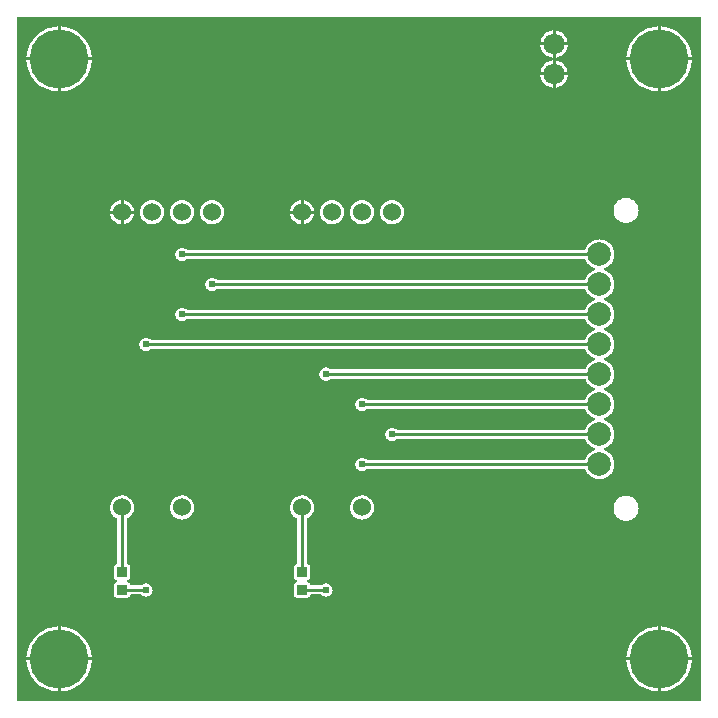
<source format=gtl>
G04 Layer: TopLayer*
G04 EasyEDA v6.5.22, 2023-02-15 20:21:58*
G04 734b4a54bc3d48cea6392fdb8e28a27f,5a6b42c53f6a479593ecc07194224c93,10*
G04 Gerber Generator version 0.2*
G04 Scale: 100 percent, Rotated: No, Reflected: No *
G04 Dimensions in millimeters *
G04 leading zeros omitted , absolute positions ,4 integer and 5 decimal *
%FSLAX45Y45*%
%MOMM*%

%AMMACRO1*21,1,$1,$2,0,0,$3*%
%ADD10C,0.2540*%
%ADD11R,0.8640X0.8065*%
%ADD12MACRO1,0.864X0.8065X0.0000*%
%ADD13C,5.0000*%
%ADD14C,1.8000*%
%ADD15C,2.0000*%
%ADD16C,1.5240*%
%ADD17C,0.6096*%
%ADD18C,0.0121*%

%LPD*%
G36*
X5805932Y25908D02*
G01*
X36068Y26416D01*
X32156Y27178D01*
X28905Y29362D01*
X26670Y32664D01*
X25908Y36576D01*
X25908Y5805932D01*
X26670Y5809843D01*
X28905Y5813094D01*
X32156Y5815330D01*
X36068Y5816092D01*
X5805932Y5816092D01*
X5809843Y5815330D01*
X5813094Y5813094D01*
X5815330Y5809843D01*
X5816092Y5805932D01*
X5816092Y36068D01*
X5815330Y32207D01*
X5813094Y28905D01*
X5809843Y26670D01*
G37*

%LPC*%
G36*
X4584700Y5600700D02*
G01*
X4687112Y5600700D01*
X4686960Y5602528D01*
X4684268Y5616803D01*
X4679746Y5630672D01*
X4673549Y5643829D01*
X4665776Y5656122D01*
X4656480Y5667349D01*
X4645863Y5677306D01*
X4634077Y5685840D01*
X4621326Y5692851D01*
X4607814Y5698236D01*
X4593691Y5701842D01*
X4584700Y5702960D01*
G37*
G36*
X393700Y105562D02*
G01*
X398322Y105664D01*
X421284Y108051D01*
X443992Y112369D01*
X466242Y118618D01*
X487934Y126644D01*
X508812Y136499D01*
X528828Y148031D01*
X547827Y161239D01*
X565607Y175971D01*
X582117Y192125D01*
X597204Y209600D01*
X610819Y228295D01*
X622757Y248107D01*
X633018Y268782D01*
X641553Y290271D01*
X648208Y312369D01*
X653034Y334975D01*
X655929Y357936D01*
X656336Y368300D01*
X393700Y368300D01*
G37*
G36*
X5448300Y105613D02*
G01*
X5448300Y368300D01*
X5185410Y368300D01*
X5187289Y346405D01*
X5191150Y323646D01*
X5196890Y301244D01*
X5204460Y279450D01*
X5213858Y258317D01*
X5224983Y238099D01*
X5237784Y218846D01*
X5252161Y200710D01*
X5267960Y183896D01*
X5285130Y168402D01*
X5303520Y154432D01*
X5323027Y142087D01*
X5343499Y131368D01*
X5364835Y122428D01*
X5386781Y115265D01*
X5409285Y109982D01*
X5432145Y106629D01*
G37*
G36*
X368300Y105613D02*
G01*
X368300Y368300D01*
X105410Y368300D01*
X107289Y346405D01*
X111150Y323646D01*
X116890Y301244D01*
X124460Y279450D01*
X133858Y258317D01*
X144983Y238099D01*
X157784Y218846D01*
X172161Y200710D01*
X187960Y183896D01*
X205130Y168402D01*
X223520Y154432D01*
X243027Y142087D01*
X263499Y131368D01*
X284835Y122428D01*
X306781Y115265D01*
X329285Y109982D01*
X352145Y106629D01*
G37*
G36*
X5473700Y393700D02*
G01*
X5736336Y393700D01*
X5735929Y404063D01*
X5733034Y427024D01*
X5728208Y449630D01*
X5721553Y471728D01*
X5713018Y493217D01*
X5702757Y513892D01*
X5690819Y533704D01*
X5677204Y552348D01*
X5662117Y569874D01*
X5645607Y586028D01*
X5627827Y600760D01*
X5608828Y613968D01*
X5588812Y625500D01*
X5567934Y635355D01*
X5546242Y643382D01*
X5523992Y649630D01*
X5501284Y653948D01*
X5478322Y656336D01*
X5473700Y656437D01*
G37*
G36*
X393700Y393700D02*
G01*
X656336Y393700D01*
X655929Y404063D01*
X653034Y427024D01*
X648208Y449630D01*
X641553Y471728D01*
X633018Y493217D01*
X622757Y513892D01*
X610819Y533704D01*
X597204Y552348D01*
X582117Y569874D01*
X565607Y586028D01*
X547827Y600760D01*
X528828Y613968D01*
X508812Y625500D01*
X487934Y635355D01*
X466242Y643382D01*
X443992Y649630D01*
X421284Y653948D01*
X398322Y656336D01*
X393700Y656437D01*
G37*
G36*
X5185410Y393700D02*
G01*
X5448300Y393700D01*
X5448300Y656386D01*
X5432145Y655370D01*
X5409285Y652018D01*
X5386781Y646734D01*
X5364835Y639572D01*
X5343499Y630631D01*
X5323027Y619912D01*
X5303520Y607568D01*
X5285130Y593598D01*
X5267960Y578104D01*
X5252161Y561289D01*
X5237784Y543153D01*
X5224983Y523900D01*
X5213858Y503682D01*
X5204460Y482549D01*
X5196890Y460756D01*
X5191150Y438353D01*
X5187289Y415594D01*
G37*
G36*
X105410Y393700D02*
G01*
X368300Y393700D01*
X368300Y656386D01*
X352145Y655370D01*
X329285Y652018D01*
X306781Y646734D01*
X284835Y639572D01*
X263499Y630631D01*
X243027Y619912D01*
X223520Y607568D01*
X205130Y593598D01*
X187960Y578104D01*
X172161Y561289D01*
X157784Y543153D01*
X144983Y523900D01*
X133858Y503682D01*
X124460Y482549D01*
X116890Y460756D01*
X111150Y438353D01*
X107289Y415594D01*
G37*
G36*
X871778Y899820D02*
G01*
X957021Y899820D01*
X963371Y900531D01*
X968806Y902462D01*
X973734Y905560D01*
X977798Y909624D01*
X980897Y914552D01*
X982980Y920546D01*
X985113Y924102D01*
X988517Y926490D01*
X992581Y927353D01*
X1071829Y927353D01*
X1075740Y926592D01*
X1079042Y924356D01*
X1080516Y922883D01*
X1088542Y917244D01*
X1097483Y913130D01*
X1106932Y910590D01*
X1116736Y909726D01*
X1126540Y910590D01*
X1135989Y913130D01*
X1144930Y917244D01*
X1152956Y922883D01*
X1159916Y929843D01*
X1165555Y937869D01*
X1169670Y946810D01*
X1172210Y956259D01*
X1173073Y966063D01*
X1172210Y975868D01*
X1169670Y985316D01*
X1165555Y994257D01*
X1159916Y1002284D01*
X1152956Y1009243D01*
X1144930Y1014882D01*
X1135989Y1018997D01*
X1126540Y1021537D01*
X1116736Y1022400D01*
X1106932Y1021537D01*
X1097483Y1018997D01*
X1088542Y1014882D01*
X1080516Y1009243D01*
X1078839Y1007567D01*
X1075537Y1005332D01*
X1071626Y1004569D01*
X992682Y1004569D01*
X988618Y1005433D01*
X985215Y1007821D01*
X983081Y1011377D01*
X980897Y1017625D01*
X977798Y1022502D01*
X973734Y1026617D01*
X968806Y1029665D01*
X962761Y1031798D01*
X959205Y1033932D01*
X956767Y1037336D01*
X955954Y1041400D01*
X956767Y1045464D01*
X959205Y1048867D01*
X962761Y1051001D01*
X968806Y1053134D01*
X973734Y1056182D01*
X977798Y1060297D01*
X980897Y1065174D01*
X982776Y1070660D01*
X983487Y1076960D01*
X983487Y1156462D01*
X982776Y1162812D01*
X980897Y1168247D01*
X977798Y1173175D01*
X973734Y1177239D01*
X968806Y1180338D01*
X963371Y1182217D01*
X958494Y1183436D01*
X955598Y1185722D01*
X953668Y1188872D01*
X953008Y1192479D01*
X953008Y1562811D01*
X953719Y1566570D01*
X955802Y1569821D01*
X958900Y1572056D01*
X963472Y1574190D01*
X974953Y1581505D01*
X985367Y1590294D01*
X994511Y1600403D01*
X1002233Y1611680D01*
X1008380Y1623822D01*
X1012850Y1636725D01*
X1015542Y1650085D01*
X1016457Y1663700D01*
X1015542Y1677314D01*
X1012850Y1690674D01*
X1008380Y1703527D01*
X1002233Y1715719D01*
X994511Y1726946D01*
X985367Y1737055D01*
X974953Y1745894D01*
X963472Y1753209D01*
X951077Y1758950D01*
X938072Y1763014D01*
X924610Y1765249D01*
X910996Y1765706D01*
X897432Y1764334D01*
X884123Y1761185D01*
X871423Y1756308D01*
X859485Y1749755D01*
X848461Y1741627D01*
X838657Y1732178D01*
X830224Y1721459D01*
X823264Y1709724D01*
X817930Y1697177D01*
X814374Y1684020D01*
X812546Y1670507D01*
X812546Y1656892D01*
X814374Y1643380D01*
X817930Y1630222D01*
X823264Y1617624D01*
X830224Y1605889D01*
X838657Y1595221D01*
X848461Y1585722D01*
X859485Y1577644D01*
X870508Y1571599D01*
X873302Y1569313D01*
X875131Y1566214D01*
X875792Y1562658D01*
X875792Y1192479D01*
X875131Y1188872D01*
X873201Y1185722D01*
X870305Y1183436D01*
X865428Y1182217D01*
X859993Y1180338D01*
X855065Y1177239D01*
X851001Y1173175D01*
X847902Y1168247D01*
X846023Y1162812D01*
X845312Y1156462D01*
X845312Y1076960D01*
X846023Y1070660D01*
X847902Y1065174D01*
X851001Y1060297D01*
X855065Y1056182D01*
X859993Y1053134D01*
X866089Y1051001D01*
X869594Y1048867D01*
X872032Y1045464D01*
X872845Y1041400D01*
X872032Y1037336D01*
X869594Y1033932D01*
X866089Y1031798D01*
X859993Y1029665D01*
X855065Y1026617D01*
X851001Y1022502D01*
X847902Y1017625D01*
X846023Y1012139D01*
X845312Y1005840D01*
X845312Y926337D01*
X846023Y919987D01*
X847902Y914552D01*
X851001Y909624D01*
X855065Y905560D01*
X859993Y902462D01*
X865428Y900531D01*
G37*
G36*
X2395778Y899820D02*
G01*
X2481021Y899820D01*
X2487371Y900531D01*
X2492806Y902462D01*
X2497734Y905560D01*
X2501798Y909624D01*
X2504897Y914552D01*
X2507030Y920648D01*
X2509164Y924204D01*
X2512568Y926592D01*
X2516632Y927455D01*
X2595727Y927455D01*
X2599639Y926693D01*
X2602941Y924458D01*
X2604516Y922883D01*
X2612542Y917244D01*
X2621483Y913130D01*
X2630932Y910590D01*
X2640736Y909726D01*
X2650540Y910590D01*
X2659989Y913130D01*
X2668930Y917244D01*
X2676956Y922883D01*
X2683916Y929843D01*
X2689555Y937869D01*
X2693670Y946810D01*
X2696210Y956259D01*
X2697073Y966063D01*
X2696210Y975868D01*
X2693670Y985316D01*
X2689555Y994257D01*
X2683916Y1002284D01*
X2676956Y1009243D01*
X2668930Y1014882D01*
X2659989Y1018997D01*
X2650540Y1021537D01*
X2640736Y1022400D01*
X2630932Y1021537D01*
X2621483Y1018997D01*
X2612542Y1014882D01*
X2604516Y1009243D01*
X2602941Y1007668D01*
X2599639Y1005433D01*
X2595727Y1004671D01*
X2516632Y1004671D01*
X2512568Y1005535D01*
X2509164Y1007922D01*
X2507030Y1011478D01*
X2504897Y1017625D01*
X2501798Y1022502D01*
X2497734Y1026617D01*
X2492806Y1029665D01*
X2486761Y1031798D01*
X2483205Y1033932D01*
X2480767Y1037336D01*
X2479954Y1041400D01*
X2480767Y1045464D01*
X2483205Y1048867D01*
X2486761Y1051001D01*
X2492806Y1053134D01*
X2497734Y1056182D01*
X2501798Y1060297D01*
X2504897Y1065174D01*
X2506776Y1070660D01*
X2507488Y1076960D01*
X2507488Y1156462D01*
X2506776Y1162812D01*
X2504897Y1168247D01*
X2501798Y1173175D01*
X2497734Y1177239D01*
X2492806Y1180338D01*
X2487371Y1182217D01*
X2482494Y1183436D01*
X2479598Y1185722D01*
X2477668Y1188872D01*
X2477008Y1192479D01*
X2477008Y1562811D01*
X2477719Y1566570D01*
X2479802Y1569821D01*
X2482900Y1572056D01*
X2487472Y1574190D01*
X2498953Y1581505D01*
X2509367Y1590294D01*
X2518511Y1600403D01*
X2526233Y1611680D01*
X2532380Y1623822D01*
X2536850Y1636725D01*
X2539542Y1650085D01*
X2540457Y1663700D01*
X2539542Y1677314D01*
X2536850Y1690674D01*
X2532380Y1703527D01*
X2526233Y1715719D01*
X2518511Y1726946D01*
X2509367Y1737055D01*
X2498953Y1745894D01*
X2487472Y1753209D01*
X2475077Y1758950D01*
X2462072Y1763014D01*
X2448610Y1765249D01*
X2434996Y1765706D01*
X2421432Y1764334D01*
X2408123Y1761185D01*
X2395423Y1756308D01*
X2383485Y1749755D01*
X2372461Y1741627D01*
X2362657Y1732178D01*
X2354224Y1721459D01*
X2347264Y1709724D01*
X2341930Y1697177D01*
X2338374Y1684020D01*
X2336546Y1670507D01*
X2336546Y1656892D01*
X2338374Y1643380D01*
X2341930Y1630222D01*
X2347264Y1617624D01*
X2354224Y1605889D01*
X2362657Y1595221D01*
X2372461Y1585722D01*
X2383485Y1577644D01*
X2394508Y1571599D01*
X2397302Y1569313D01*
X2399131Y1566214D01*
X2399792Y1562658D01*
X2399792Y1192479D01*
X2399131Y1188872D01*
X2397201Y1185722D01*
X2394305Y1183436D01*
X2389428Y1182217D01*
X2383993Y1180338D01*
X2379065Y1177239D01*
X2375001Y1173175D01*
X2371902Y1168247D01*
X2370023Y1162812D01*
X2369312Y1156462D01*
X2369312Y1076960D01*
X2370023Y1070660D01*
X2371902Y1065174D01*
X2375001Y1060297D01*
X2379065Y1056182D01*
X2383993Y1053134D01*
X2390089Y1051001D01*
X2393594Y1048867D01*
X2396032Y1045464D01*
X2396845Y1041400D01*
X2396032Y1037336D01*
X2393594Y1033932D01*
X2390089Y1031798D01*
X2383993Y1029665D01*
X2379065Y1026617D01*
X2375001Y1022502D01*
X2371902Y1017625D01*
X2370023Y1012139D01*
X2369312Y1005840D01*
X2369312Y926337D01*
X2370023Y919987D01*
X2371902Y914552D01*
X2375001Y909624D01*
X2379065Y905560D01*
X2383993Y902462D01*
X2389428Y900531D01*
G37*
G36*
X4456887Y5600700D02*
G01*
X4559300Y5600700D01*
X4559300Y5702960D01*
X4550308Y5701842D01*
X4536186Y5698236D01*
X4522673Y5692851D01*
X4509922Y5685840D01*
X4498136Y5677306D01*
X4487519Y5667349D01*
X4478223Y5656122D01*
X4470450Y5643829D01*
X4464253Y5630672D01*
X4459732Y5616803D01*
X4457039Y5602528D01*
G37*
G36*
X105410Y5473700D02*
G01*
X368300Y5473700D01*
X368300Y5736386D01*
X352145Y5735370D01*
X329285Y5732018D01*
X306781Y5726734D01*
X284835Y5719572D01*
X263499Y5710631D01*
X243027Y5699912D01*
X223520Y5687568D01*
X205130Y5673598D01*
X187960Y5658104D01*
X172161Y5641289D01*
X157784Y5623153D01*
X144983Y5603900D01*
X133858Y5583682D01*
X124460Y5562549D01*
X116890Y5540756D01*
X111150Y5518353D01*
X107289Y5495594D01*
G37*
G36*
X5185410Y5473700D02*
G01*
X5448300Y5473700D01*
X5448300Y5736386D01*
X5432145Y5735370D01*
X5409285Y5732018D01*
X5386781Y5726734D01*
X5364835Y5719572D01*
X5343499Y5710631D01*
X5323027Y5699912D01*
X5303520Y5687568D01*
X5285130Y5673598D01*
X5267960Y5658104D01*
X5252161Y5641289D01*
X5237784Y5623153D01*
X5224983Y5603900D01*
X5213858Y5583682D01*
X5204460Y5562549D01*
X5196890Y5540756D01*
X5191150Y5518353D01*
X5187289Y5495594D01*
G37*
G36*
X393700Y5473700D02*
G01*
X656336Y5473700D01*
X655929Y5484063D01*
X653034Y5507024D01*
X648208Y5529630D01*
X641553Y5551728D01*
X633018Y5573217D01*
X622757Y5593892D01*
X610819Y5613704D01*
X597204Y5632348D01*
X582117Y5649874D01*
X565607Y5666028D01*
X547827Y5680760D01*
X528828Y5693968D01*
X508812Y5705500D01*
X487934Y5715355D01*
X466242Y5723382D01*
X443992Y5729630D01*
X421284Y5733948D01*
X398322Y5736336D01*
X393700Y5736437D01*
G37*
G36*
X5181600Y1551736D02*
G01*
X5195417Y1552600D01*
X5208981Y1555343D01*
X5222138Y1559763D01*
X5234533Y1565910D01*
X5246065Y1573580D01*
X5256479Y1582724D01*
X5265623Y1593138D01*
X5273294Y1604670D01*
X5279440Y1617065D01*
X5283860Y1630222D01*
X5286603Y1643786D01*
X5287467Y1657604D01*
X5286603Y1671421D01*
X5283860Y1684985D01*
X5279440Y1698142D01*
X5273294Y1710537D01*
X5265623Y1722069D01*
X5256479Y1732483D01*
X5246065Y1741627D01*
X5234533Y1749298D01*
X5222138Y1755444D01*
X5208981Y1759864D01*
X5195417Y1762607D01*
X5181600Y1763471D01*
X5167782Y1762607D01*
X5154218Y1759864D01*
X5141061Y1755444D01*
X5128666Y1749298D01*
X5117134Y1741627D01*
X5106720Y1732483D01*
X5097576Y1722069D01*
X5089906Y1710537D01*
X5083759Y1698142D01*
X5079339Y1684985D01*
X5076596Y1671421D01*
X5075732Y1657604D01*
X5076596Y1643786D01*
X5079339Y1630222D01*
X5083759Y1617065D01*
X5089906Y1604670D01*
X5097576Y1593138D01*
X5106720Y1582724D01*
X5117134Y1573580D01*
X5128666Y1565910D01*
X5141061Y1559763D01*
X5154218Y1555343D01*
X5167782Y1552600D01*
G37*
G36*
X1418996Y1561642D02*
G01*
X1432610Y1562100D01*
X1446072Y1564386D01*
X1459077Y1568450D01*
X1471472Y1574190D01*
X1482953Y1581505D01*
X1493367Y1590294D01*
X1502511Y1600403D01*
X1510233Y1611680D01*
X1516380Y1623822D01*
X1520850Y1636725D01*
X1523542Y1650085D01*
X1524457Y1663700D01*
X1523542Y1677314D01*
X1520850Y1690674D01*
X1516380Y1703527D01*
X1510233Y1715719D01*
X1502511Y1726946D01*
X1493367Y1737055D01*
X1482953Y1745894D01*
X1471472Y1753209D01*
X1459077Y1758950D01*
X1446072Y1763014D01*
X1432610Y1765249D01*
X1418996Y1765706D01*
X1405432Y1764334D01*
X1392123Y1761185D01*
X1379423Y1756308D01*
X1367485Y1749755D01*
X1356461Y1741627D01*
X1346657Y1732178D01*
X1338224Y1721459D01*
X1331264Y1709724D01*
X1325930Y1697177D01*
X1322374Y1684020D01*
X1320546Y1670507D01*
X1320546Y1656892D01*
X1322374Y1643380D01*
X1325930Y1630222D01*
X1331264Y1617624D01*
X1338224Y1605889D01*
X1346657Y1595221D01*
X1356461Y1585722D01*
X1367485Y1577644D01*
X1379423Y1571091D01*
X1392123Y1566164D01*
X1405432Y1563014D01*
G37*
G36*
X2942996Y1561642D02*
G01*
X2956610Y1562100D01*
X2970072Y1564386D01*
X2983077Y1568450D01*
X2995472Y1574190D01*
X3006953Y1581505D01*
X3017367Y1590294D01*
X3026511Y1600403D01*
X3034233Y1611680D01*
X3040380Y1623822D01*
X3044850Y1636725D01*
X3047542Y1650085D01*
X3048457Y1663700D01*
X3047542Y1677314D01*
X3044850Y1690674D01*
X3040380Y1703527D01*
X3034233Y1715719D01*
X3026511Y1726946D01*
X3017367Y1737055D01*
X3006953Y1745894D01*
X2995472Y1753209D01*
X2983077Y1758950D01*
X2970072Y1763014D01*
X2956610Y1765249D01*
X2942996Y1765706D01*
X2929432Y1764334D01*
X2916123Y1761185D01*
X2903423Y1756308D01*
X2891485Y1749755D01*
X2880461Y1741627D01*
X2870657Y1732178D01*
X2862224Y1721459D01*
X2855264Y1709724D01*
X2849930Y1697177D01*
X2846374Y1684020D01*
X2844546Y1670507D01*
X2844546Y1656892D01*
X2846374Y1643380D01*
X2849930Y1630222D01*
X2855264Y1617624D01*
X2862224Y1605889D01*
X2870657Y1595221D01*
X2880461Y1585722D01*
X2891485Y1577644D01*
X2903423Y1571091D01*
X2916123Y1566164D01*
X2929432Y1563014D01*
G37*
G36*
X4956606Y1903323D02*
G01*
X4971745Y1904238D01*
X4986731Y1906981D01*
X5001209Y1911502D01*
X5015077Y1917750D01*
X5028082Y1925574D01*
X5040071Y1934972D01*
X5050840Y1945741D01*
X5060188Y1957679D01*
X5068062Y1970684D01*
X5074310Y1984552D01*
X5078831Y1999081D01*
X5081574Y2014016D01*
X5082489Y2029206D01*
X5081574Y2044395D01*
X5078831Y2059330D01*
X5074310Y2073859D01*
X5068062Y2087676D01*
X5060188Y2100732D01*
X5050840Y2112670D01*
X5040071Y2123440D01*
X5028082Y2132787D01*
X5015077Y2140661D01*
X5001158Y2146909D01*
X4998008Y2149144D01*
X4995926Y2152396D01*
X4995164Y2156206D01*
X4995926Y2160016D01*
X4998008Y2163216D01*
X5001158Y2165451D01*
X5015077Y2171750D01*
X5028082Y2179574D01*
X5040071Y2188972D01*
X5050840Y2199741D01*
X5060188Y2211679D01*
X5068062Y2224684D01*
X5074310Y2238552D01*
X5078831Y2253081D01*
X5081574Y2268016D01*
X5082489Y2283206D01*
X5081574Y2298395D01*
X5078831Y2313330D01*
X5074310Y2327859D01*
X5068062Y2341676D01*
X5060188Y2354732D01*
X5050840Y2366670D01*
X5040071Y2377440D01*
X5028082Y2386787D01*
X5015077Y2394661D01*
X5001158Y2400909D01*
X4998008Y2403144D01*
X4995926Y2406396D01*
X4995164Y2410206D01*
X4995926Y2414016D01*
X4998008Y2417216D01*
X5001158Y2419451D01*
X5015077Y2425750D01*
X5028082Y2433574D01*
X5040071Y2442972D01*
X5050840Y2453741D01*
X5060188Y2465679D01*
X5068062Y2478684D01*
X5074310Y2492552D01*
X5078831Y2507081D01*
X5081574Y2522016D01*
X5082489Y2537206D01*
X5081574Y2552395D01*
X5078831Y2567330D01*
X5074310Y2581859D01*
X5068062Y2595676D01*
X5060188Y2608732D01*
X5050840Y2620670D01*
X5040071Y2631440D01*
X5028082Y2640787D01*
X5015077Y2648661D01*
X5001158Y2654909D01*
X4998008Y2657144D01*
X4995926Y2660396D01*
X4995164Y2664206D01*
X4995926Y2668016D01*
X4998008Y2671216D01*
X5001158Y2673451D01*
X5015077Y2679750D01*
X5028082Y2687574D01*
X5040071Y2696972D01*
X5050840Y2707741D01*
X5060188Y2719679D01*
X5068062Y2732684D01*
X5074310Y2746552D01*
X5078831Y2761081D01*
X5081574Y2776016D01*
X5082489Y2791206D01*
X5081574Y2806395D01*
X5078831Y2821330D01*
X5074310Y2835859D01*
X5068062Y2849676D01*
X5060188Y2862732D01*
X5050840Y2874670D01*
X5040071Y2885440D01*
X5028082Y2894787D01*
X5015077Y2902661D01*
X5001158Y2908909D01*
X4998008Y2911144D01*
X4995926Y2914396D01*
X4995164Y2918206D01*
X4995926Y2922016D01*
X4998008Y2925216D01*
X5001158Y2927451D01*
X5015077Y2933750D01*
X5028082Y2941574D01*
X5040071Y2950972D01*
X5050840Y2961741D01*
X5060188Y2973679D01*
X5068062Y2986684D01*
X5074310Y3000552D01*
X5078831Y3015081D01*
X5081574Y3030016D01*
X5082489Y3045206D01*
X5081574Y3060395D01*
X5078831Y3075330D01*
X5074310Y3089859D01*
X5068062Y3103676D01*
X5060188Y3116732D01*
X5050840Y3128670D01*
X5040071Y3139440D01*
X5028082Y3148787D01*
X5015077Y3156661D01*
X5001158Y3162909D01*
X4998008Y3165144D01*
X4995926Y3168396D01*
X4995164Y3172206D01*
X4995926Y3176016D01*
X4998008Y3179216D01*
X5001158Y3181451D01*
X5015077Y3187750D01*
X5028082Y3195574D01*
X5040071Y3204972D01*
X5050840Y3215741D01*
X5060188Y3227679D01*
X5068062Y3240684D01*
X5074310Y3254552D01*
X5078831Y3269081D01*
X5081574Y3284016D01*
X5082489Y3299206D01*
X5081574Y3314395D01*
X5078831Y3329330D01*
X5074310Y3343859D01*
X5068062Y3357676D01*
X5060188Y3370732D01*
X5050840Y3382670D01*
X5040071Y3393440D01*
X5028082Y3402787D01*
X5015077Y3410661D01*
X5001158Y3416909D01*
X4998008Y3419144D01*
X4995926Y3422396D01*
X4995164Y3426206D01*
X4995926Y3430015D01*
X4998008Y3433216D01*
X5001158Y3435451D01*
X5015077Y3441750D01*
X5028082Y3449574D01*
X5040071Y3458972D01*
X5050840Y3469741D01*
X5060188Y3481679D01*
X5068062Y3494684D01*
X5074310Y3508552D01*
X5078831Y3523081D01*
X5081574Y3538016D01*
X5082489Y3553206D01*
X5081574Y3568395D01*
X5078831Y3583330D01*
X5074310Y3597859D01*
X5068062Y3611676D01*
X5060188Y3624732D01*
X5050840Y3636670D01*
X5040071Y3647440D01*
X5028082Y3656787D01*
X5015077Y3664661D01*
X5001158Y3670909D01*
X4998008Y3673144D01*
X4995926Y3676396D01*
X4995164Y3680206D01*
X4995926Y3684015D01*
X4998008Y3687216D01*
X5001158Y3689451D01*
X5015077Y3695750D01*
X5028082Y3703574D01*
X5040071Y3712972D01*
X5050840Y3723741D01*
X5060188Y3735679D01*
X5068062Y3748684D01*
X5074310Y3762552D01*
X5078831Y3777081D01*
X5081574Y3792016D01*
X5082489Y3807206D01*
X5081574Y3822395D01*
X5078831Y3837330D01*
X5074310Y3851859D01*
X5068062Y3865676D01*
X5060188Y3878732D01*
X5050840Y3890670D01*
X5040071Y3901440D01*
X5028082Y3910787D01*
X5015077Y3918661D01*
X5001209Y3924909D01*
X4986731Y3929430D01*
X4971745Y3932174D01*
X4956606Y3933088D01*
X4941417Y3932174D01*
X4926482Y3929430D01*
X4911953Y3924909D01*
X4898085Y3918661D01*
X4885080Y3910787D01*
X4873091Y3901440D01*
X4862372Y3890670D01*
X4852974Y3878732D01*
X4845100Y3865676D01*
X4838852Y3851808D01*
X4836617Y3848658D01*
X4833416Y3846525D01*
X4829606Y3845814D01*
X1467408Y3845814D01*
X1463497Y3846576D01*
X1460195Y3848811D01*
X1458620Y3850386D01*
X1450594Y3856024D01*
X1441653Y3860139D01*
X1432204Y3862679D01*
X1422400Y3863543D01*
X1412595Y3862679D01*
X1403146Y3860139D01*
X1394206Y3856024D01*
X1386179Y3850386D01*
X1379220Y3843426D01*
X1373581Y3835400D01*
X1369466Y3826459D01*
X1366926Y3817010D01*
X1366062Y3807206D01*
X1366926Y3797401D01*
X1369466Y3787952D01*
X1373581Y3779012D01*
X1379220Y3770985D01*
X1386179Y3764026D01*
X1394206Y3758387D01*
X1403146Y3754272D01*
X1412595Y3751732D01*
X1422400Y3750868D01*
X1432204Y3751732D01*
X1441653Y3754272D01*
X1450594Y3758387D01*
X1458620Y3764026D01*
X1460195Y3765600D01*
X1463497Y3767836D01*
X1467408Y3768598D01*
X4829606Y3768598D01*
X4833366Y3767836D01*
X4836617Y3765753D01*
X4838852Y3762603D01*
X4845100Y3748684D01*
X4852974Y3735679D01*
X4862372Y3723741D01*
X4873091Y3712972D01*
X4885080Y3703574D01*
X4898085Y3695750D01*
X4912004Y3689451D01*
X4915154Y3687216D01*
X4917287Y3684015D01*
X4917998Y3680206D01*
X4917287Y3676396D01*
X4915154Y3673144D01*
X4912004Y3670909D01*
X4898085Y3664661D01*
X4885080Y3656787D01*
X4873091Y3647440D01*
X4862372Y3636670D01*
X4852974Y3624732D01*
X4845100Y3611676D01*
X4838852Y3597808D01*
X4836617Y3594658D01*
X4833416Y3592525D01*
X4829606Y3591814D01*
X1721408Y3591814D01*
X1717497Y3592576D01*
X1714195Y3594811D01*
X1712620Y3596386D01*
X1704593Y3602024D01*
X1695653Y3606139D01*
X1686204Y3608679D01*
X1676400Y3609543D01*
X1666595Y3608679D01*
X1657146Y3606139D01*
X1648206Y3602024D01*
X1640179Y3596386D01*
X1633220Y3589426D01*
X1627581Y3581400D01*
X1623466Y3572459D01*
X1620926Y3563010D01*
X1620062Y3553206D01*
X1620926Y3543401D01*
X1623466Y3533952D01*
X1627581Y3525012D01*
X1633220Y3516985D01*
X1640179Y3510026D01*
X1648206Y3504387D01*
X1657146Y3500272D01*
X1666595Y3497732D01*
X1676400Y3496868D01*
X1686204Y3497732D01*
X1695653Y3500272D01*
X1704593Y3504387D01*
X1712620Y3510026D01*
X1714195Y3511600D01*
X1717497Y3513836D01*
X1721408Y3514598D01*
X4829606Y3514598D01*
X4833366Y3513886D01*
X4836617Y3511753D01*
X4838852Y3508603D01*
X4845100Y3494684D01*
X4852974Y3481679D01*
X4862372Y3469741D01*
X4873091Y3458972D01*
X4885080Y3449574D01*
X4898085Y3441750D01*
X4912004Y3435451D01*
X4915154Y3433216D01*
X4917287Y3430015D01*
X4917998Y3426206D01*
X4917287Y3422396D01*
X4915154Y3419144D01*
X4912004Y3416909D01*
X4898085Y3410661D01*
X4885080Y3402787D01*
X4873091Y3393440D01*
X4862372Y3382670D01*
X4852974Y3370732D01*
X4845100Y3357676D01*
X4838852Y3343808D01*
X4836617Y3340658D01*
X4833416Y3338525D01*
X4829606Y3337814D01*
X1467408Y3337814D01*
X1463497Y3338576D01*
X1460195Y3340811D01*
X1458620Y3342386D01*
X1450594Y3348024D01*
X1441653Y3352139D01*
X1432204Y3354679D01*
X1422400Y3355543D01*
X1412595Y3354679D01*
X1403146Y3352139D01*
X1394206Y3348024D01*
X1386179Y3342386D01*
X1379220Y3335426D01*
X1373581Y3327400D01*
X1369466Y3318459D01*
X1366926Y3309010D01*
X1366062Y3299206D01*
X1366926Y3289401D01*
X1369466Y3279952D01*
X1373581Y3271012D01*
X1379220Y3262985D01*
X1386179Y3256026D01*
X1394206Y3250387D01*
X1403146Y3246272D01*
X1412595Y3243732D01*
X1422400Y3242868D01*
X1432204Y3243732D01*
X1441653Y3246272D01*
X1450594Y3250387D01*
X1458620Y3256026D01*
X1460195Y3257600D01*
X1463497Y3259836D01*
X1467408Y3260598D01*
X4829606Y3260598D01*
X4833366Y3259886D01*
X4836617Y3257753D01*
X4838852Y3254603D01*
X4845100Y3240684D01*
X4852974Y3227679D01*
X4862372Y3215741D01*
X4873091Y3204972D01*
X4885080Y3195574D01*
X4898085Y3187750D01*
X4912004Y3181451D01*
X4915154Y3179216D01*
X4917287Y3176016D01*
X4917998Y3172206D01*
X4917287Y3168396D01*
X4915154Y3165144D01*
X4912004Y3162909D01*
X4898085Y3156661D01*
X4885080Y3148787D01*
X4873091Y3139440D01*
X4862372Y3128670D01*
X4852974Y3116732D01*
X4845100Y3103676D01*
X4838852Y3089808D01*
X4836617Y3086658D01*
X4833416Y3084525D01*
X4829606Y3083814D01*
X1162608Y3083814D01*
X1158697Y3084576D01*
X1155395Y3086811D01*
X1153820Y3088386D01*
X1145794Y3094024D01*
X1136853Y3098139D01*
X1127404Y3100679D01*
X1117600Y3101543D01*
X1107795Y3100679D01*
X1098346Y3098139D01*
X1089406Y3094024D01*
X1081379Y3088386D01*
X1074420Y3081426D01*
X1068781Y3073400D01*
X1064666Y3064459D01*
X1062126Y3055010D01*
X1061262Y3045206D01*
X1062126Y3035401D01*
X1064666Y3025952D01*
X1068781Y3017012D01*
X1074420Y3008985D01*
X1081379Y3002026D01*
X1089406Y2996387D01*
X1098346Y2992272D01*
X1107795Y2989732D01*
X1117600Y2988868D01*
X1127404Y2989732D01*
X1136853Y2992272D01*
X1145794Y2996387D01*
X1153820Y3002026D01*
X1155395Y3003600D01*
X1158697Y3005836D01*
X1162608Y3006598D01*
X4829606Y3006598D01*
X4833366Y3005886D01*
X4836617Y3003753D01*
X4838852Y3000603D01*
X4845100Y2986684D01*
X4852974Y2973679D01*
X4862372Y2961741D01*
X4873091Y2950972D01*
X4885080Y2941574D01*
X4898085Y2933750D01*
X4912004Y2927451D01*
X4915154Y2925216D01*
X4917287Y2922016D01*
X4917998Y2918206D01*
X4917287Y2914396D01*
X4915154Y2911144D01*
X4912004Y2908909D01*
X4898085Y2902661D01*
X4885080Y2894787D01*
X4873091Y2885440D01*
X4862372Y2874670D01*
X4852974Y2862732D01*
X4845100Y2849676D01*
X4840122Y2838602D01*
X4837887Y2835452D01*
X4834636Y2833319D01*
X4830876Y2832608D01*
X2685745Y2832608D01*
X2681833Y2833370D01*
X2678531Y2835554D01*
X2676956Y2837180D01*
X2668930Y2842818D01*
X2659989Y2846933D01*
X2650540Y2849473D01*
X2640736Y2850337D01*
X2630932Y2849473D01*
X2621483Y2846933D01*
X2612542Y2842818D01*
X2604516Y2837180D01*
X2597556Y2830220D01*
X2591917Y2822194D01*
X2587802Y2813253D01*
X2585262Y2803804D01*
X2584399Y2794000D01*
X2585262Y2784195D01*
X2587802Y2774746D01*
X2591917Y2765806D01*
X2597556Y2757779D01*
X2604516Y2750820D01*
X2612542Y2745181D01*
X2621483Y2741066D01*
X2630932Y2738526D01*
X2640736Y2737662D01*
X2650540Y2738526D01*
X2659989Y2741066D01*
X2668930Y2745181D01*
X2676956Y2750820D01*
X2678531Y2752394D01*
X2681833Y2754630D01*
X2685694Y2755392D01*
X4828641Y2755392D01*
X4832807Y2754477D01*
X4836261Y2751988D01*
X4838344Y2748229D01*
X4838903Y2746552D01*
X4845100Y2732684D01*
X4852974Y2719679D01*
X4862372Y2707741D01*
X4873091Y2696972D01*
X4885080Y2687574D01*
X4898085Y2679750D01*
X4912004Y2673451D01*
X4915154Y2671216D01*
X4917287Y2668016D01*
X4917998Y2664206D01*
X4917287Y2660396D01*
X4915154Y2657144D01*
X4912004Y2654909D01*
X4898085Y2648661D01*
X4885080Y2640787D01*
X4873091Y2631440D01*
X4862372Y2620670D01*
X4852974Y2608732D01*
X4845100Y2595676D01*
X4838852Y2581808D01*
X4836617Y2578658D01*
X4833416Y2576525D01*
X4829606Y2575814D01*
X2991408Y2575814D01*
X2987497Y2576576D01*
X2984195Y2578811D01*
X2982620Y2580386D01*
X2974594Y2586024D01*
X2965653Y2590139D01*
X2956204Y2592679D01*
X2946400Y2593543D01*
X2936595Y2592679D01*
X2927146Y2590139D01*
X2918206Y2586024D01*
X2910179Y2580386D01*
X2903220Y2573426D01*
X2897581Y2565400D01*
X2893466Y2556459D01*
X2890926Y2547010D01*
X2890062Y2537206D01*
X2890926Y2527401D01*
X2893466Y2517952D01*
X2897581Y2509012D01*
X2903220Y2500985D01*
X2910179Y2494026D01*
X2918206Y2488387D01*
X2927146Y2484272D01*
X2936595Y2481732D01*
X2946400Y2480868D01*
X2956204Y2481732D01*
X2965653Y2484272D01*
X2974594Y2488387D01*
X2982620Y2494026D01*
X2984195Y2495600D01*
X2987497Y2497836D01*
X2991408Y2498598D01*
X4829606Y2498598D01*
X4833366Y2497836D01*
X4836617Y2495753D01*
X4838852Y2492603D01*
X4845100Y2478684D01*
X4852974Y2465679D01*
X4862372Y2453741D01*
X4873091Y2442972D01*
X4885080Y2433574D01*
X4898085Y2425750D01*
X4912004Y2419451D01*
X4915154Y2417216D01*
X4917287Y2414016D01*
X4917998Y2410206D01*
X4917287Y2406396D01*
X4915154Y2403144D01*
X4912004Y2400909D01*
X4898085Y2394661D01*
X4885080Y2386787D01*
X4873091Y2377440D01*
X4862372Y2366670D01*
X4852974Y2354732D01*
X4845100Y2341676D01*
X4838852Y2327808D01*
X4836617Y2324658D01*
X4833416Y2322525D01*
X4829606Y2321814D01*
X3245408Y2321814D01*
X3241497Y2322576D01*
X3238195Y2324811D01*
X3236620Y2326386D01*
X3228594Y2332024D01*
X3219653Y2336139D01*
X3210204Y2338679D01*
X3200400Y2339543D01*
X3190595Y2338679D01*
X3181146Y2336139D01*
X3172206Y2332024D01*
X3164179Y2326386D01*
X3157220Y2319426D01*
X3151581Y2311400D01*
X3147466Y2302459D01*
X3144926Y2293010D01*
X3144062Y2283206D01*
X3144926Y2273401D01*
X3147466Y2263952D01*
X3151581Y2255012D01*
X3157220Y2246985D01*
X3164179Y2240026D01*
X3172206Y2234387D01*
X3181146Y2230272D01*
X3190595Y2227732D01*
X3200400Y2226868D01*
X3210204Y2227732D01*
X3219653Y2230272D01*
X3228594Y2234387D01*
X3236620Y2240026D01*
X3238195Y2241600D01*
X3241497Y2243836D01*
X3245408Y2244598D01*
X4829606Y2244598D01*
X4833366Y2243886D01*
X4836617Y2241753D01*
X4838852Y2238603D01*
X4845100Y2224684D01*
X4852974Y2211679D01*
X4862372Y2199741D01*
X4873091Y2188972D01*
X4885080Y2179574D01*
X4898085Y2171750D01*
X4912004Y2165451D01*
X4915154Y2163216D01*
X4917287Y2160016D01*
X4917998Y2156206D01*
X4917287Y2152396D01*
X4915154Y2149144D01*
X4912004Y2146909D01*
X4898085Y2140661D01*
X4885080Y2132787D01*
X4873091Y2123440D01*
X4862372Y2112670D01*
X4852974Y2100732D01*
X4845100Y2087676D01*
X4838852Y2073808D01*
X4836617Y2070658D01*
X4833416Y2068525D01*
X4829606Y2067814D01*
X2991408Y2067814D01*
X2987497Y2068575D01*
X2984195Y2070811D01*
X2982620Y2072386D01*
X2974594Y2078024D01*
X2965653Y2082139D01*
X2956204Y2084679D01*
X2946400Y2085543D01*
X2936595Y2084679D01*
X2927146Y2082139D01*
X2918206Y2078024D01*
X2910179Y2072386D01*
X2903220Y2065426D01*
X2897581Y2057400D01*
X2893466Y2048459D01*
X2890926Y2039010D01*
X2890062Y2029206D01*
X2890926Y2019401D01*
X2893466Y2009952D01*
X2897581Y2001012D01*
X2903220Y1992985D01*
X2910179Y1986025D01*
X2918206Y1980387D01*
X2927146Y1976272D01*
X2936595Y1973732D01*
X2946400Y1972868D01*
X2956204Y1973732D01*
X2965653Y1976272D01*
X2974594Y1980387D01*
X2982620Y1986025D01*
X2984195Y1987600D01*
X2987497Y1989836D01*
X2991408Y1990598D01*
X4829606Y1990598D01*
X4833366Y1989886D01*
X4836617Y1987753D01*
X4838852Y1984603D01*
X4845100Y1970684D01*
X4852974Y1957679D01*
X4862372Y1945741D01*
X4873091Y1934972D01*
X4885080Y1925574D01*
X4898085Y1917750D01*
X4911953Y1911502D01*
X4926482Y1906981D01*
X4941417Y1904238D01*
G37*
G36*
X5473700Y5473700D02*
G01*
X5736336Y5473700D01*
X5735929Y5484063D01*
X5733034Y5507024D01*
X5728208Y5529630D01*
X5721553Y5551728D01*
X5713018Y5573217D01*
X5702757Y5593892D01*
X5690819Y5613704D01*
X5677204Y5632348D01*
X5662117Y5649874D01*
X5645607Y5666028D01*
X5627827Y5680760D01*
X5608828Y5693968D01*
X5588812Y5705500D01*
X5567934Y5715355D01*
X5546242Y5723382D01*
X5523992Y5729630D01*
X5501284Y5733948D01*
X5478322Y5736336D01*
X5473700Y5736437D01*
G37*
G36*
X4584700Y5473039D02*
G01*
X4593691Y5474157D01*
X4607814Y5477764D01*
X4621326Y5483148D01*
X4634077Y5490159D01*
X4645863Y5498693D01*
X4656480Y5508650D01*
X4665776Y5519877D01*
X4673549Y5532170D01*
X4679746Y5545328D01*
X4684268Y5559196D01*
X4686960Y5573471D01*
X4687112Y5575300D01*
X4584700Y5575300D01*
G37*
G36*
X4559300Y5473039D02*
G01*
X4559300Y5575300D01*
X4456887Y5575300D01*
X4457039Y5573471D01*
X4459732Y5559196D01*
X4464253Y5545328D01*
X4470450Y5532170D01*
X4478223Y5519877D01*
X4487519Y5508650D01*
X4498136Y5498693D01*
X4509922Y5490159D01*
X4522673Y5483148D01*
X4536186Y5477764D01*
X4550308Y5474157D01*
G37*
G36*
X4456887Y5346700D02*
G01*
X4559300Y5346700D01*
X4559300Y5448960D01*
X4550308Y5447842D01*
X4536186Y5444236D01*
X4522673Y5438851D01*
X4509922Y5431840D01*
X4498136Y5423306D01*
X4487519Y5413349D01*
X4478223Y5402122D01*
X4470450Y5389829D01*
X4464253Y5376672D01*
X4459732Y5362803D01*
X4457039Y5348528D01*
G37*
G36*
X4584700Y5346700D02*
G01*
X4687112Y5346700D01*
X4686960Y5348528D01*
X4684268Y5362803D01*
X4679746Y5376672D01*
X4673549Y5389829D01*
X4665776Y5402122D01*
X4656480Y5413349D01*
X4645863Y5423306D01*
X4634077Y5431840D01*
X4621326Y5438851D01*
X4607814Y5444236D01*
X4593691Y5447842D01*
X4584700Y5448960D01*
G37*
G36*
X4559300Y5219039D02*
G01*
X4559300Y5321300D01*
X4456887Y5321300D01*
X4457039Y5319471D01*
X4459732Y5305196D01*
X4464253Y5291328D01*
X4470450Y5278170D01*
X4478223Y5265877D01*
X4487519Y5254650D01*
X4498136Y5244693D01*
X4509922Y5236159D01*
X4522673Y5229148D01*
X4536186Y5223764D01*
X4550308Y5220157D01*
G37*
G36*
X4584700Y5219039D02*
G01*
X4593691Y5220157D01*
X4607814Y5223764D01*
X4621326Y5229148D01*
X4634077Y5236159D01*
X4645863Y5244693D01*
X4656480Y5254650D01*
X4665776Y5265877D01*
X4673549Y5278170D01*
X4679746Y5291328D01*
X4684268Y5305196D01*
X4686960Y5319471D01*
X4687112Y5321300D01*
X4584700Y5321300D01*
G37*
G36*
X368300Y5185613D02*
G01*
X368300Y5448300D01*
X105410Y5448300D01*
X107289Y5426405D01*
X111150Y5403646D01*
X116890Y5381244D01*
X124460Y5359450D01*
X133858Y5338318D01*
X144983Y5318099D01*
X157784Y5298846D01*
X172161Y5280710D01*
X187960Y5263896D01*
X205130Y5248402D01*
X223520Y5234432D01*
X243027Y5222087D01*
X263499Y5211368D01*
X284835Y5202428D01*
X306781Y5195265D01*
X329285Y5189982D01*
X352145Y5186629D01*
G37*
G36*
X5448300Y5185613D02*
G01*
X5448300Y5448300D01*
X5185410Y5448300D01*
X5187289Y5426405D01*
X5191150Y5403646D01*
X5196890Y5381244D01*
X5204460Y5359450D01*
X5213858Y5338318D01*
X5224983Y5318099D01*
X5237784Y5298846D01*
X5252161Y5280710D01*
X5267960Y5263896D01*
X5285130Y5248402D01*
X5303520Y5234432D01*
X5323027Y5222087D01*
X5343499Y5211368D01*
X5364835Y5202428D01*
X5386781Y5195265D01*
X5409285Y5189982D01*
X5432145Y5186629D01*
G37*
G36*
X393700Y5185562D02*
G01*
X398322Y5185664D01*
X421284Y5188051D01*
X443992Y5192369D01*
X466242Y5198618D01*
X487934Y5206644D01*
X508812Y5216499D01*
X528828Y5228031D01*
X547827Y5241239D01*
X565607Y5255971D01*
X582117Y5272125D01*
X597204Y5289600D01*
X610819Y5308295D01*
X622757Y5328107D01*
X633018Y5348782D01*
X641553Y5370271D01*
X648208Y5392369D01*
X653034Y5414975D01*
X655929Y5437936D01*
X656336Y5448300D01*
X393700Y5448300D01*
G37*
G36*
X5473700Y5185562D02*
G01*
X5478322Y5185664D01*
X5501284Y5188051D01*
X5523992Y5192369D01*
X5546242Y5198618D01*
X5567934Y5206644D01*
X5588812Y5216499D01*
X5608828Y5228031D01*
X5627827Y5241239D01*
X5645607Y5255971D01*
X5662117Y5272125D01*
X5677204Y5289600D01*
X5690819Y5308295D01*
X5702757Y5328107D01*
X5713018Y5348782D01*
X5721553Y5370271D01*
X5728208Y5392369D01*
X5733034Y5414975D01*
X5735929Y5437936D01*
X5736336Y5448300D01*
X5473700Y5448300D01*
G37*
G36*
X927100Y4176369D02*
G01*
X1015644Y4176369D01*
X1012850Y4190644D01*
X1008380Y4203547D01*
X1002233Y4215688D01*
X994511Y4226966D01*
X985367Y4237075D01*
X974953Y4245864D01*
X963472Y4253230D01*
X951077Y4258970D01*
X938072Y4262983D01*
X927100Y4264863D01*
G37*
G36*
X2451100Y4176369D02*
G01*
X2539644Y4176369D01*
X2536850Y4190644D01*
X2532380Y4203547D01*
X2526233Y4215688D01*
X2518511Y4226966D01*
X2509367Y4237075D01*
X2498953Y4245864D01*
X2487472Y4253230D01*
X2475077Y4258970D01*
X2462072Y4262983D01*
X2451100Y4264863D01*
G37*
G36*
X2337308Y4176369D02*
G01*
X2425700Y4176369D01*
X2425700Y4264761D01*
X2421432Y4264355D01*
X2408123Y4261205D01*
X2395423Y4256278D01*
X2383485Y4249724D01*
X2372461Y4241647D01*
X2362657Y4232148D01*
X2354224Y4221480D01*
X2347264Y4209745D01*
X2341930Y4197146D01*
X2338374Y4184040D01*
G37*
G36*
X5473700Y105562D02*
G01*
X5478322Y105664D01*
X5501284Y108051D01*
X5523992Y112369D01*
X5546242Y118618D01*
X5567934Y126644D01*
X5588812Y136499D01*
X5608828Y148031D01*
X5627827Y161239D01*
X5645607Y175971D01*
X5662117Y192125D01*
X5677204Y209600D01*
X5690819Y228295D01*
X5702757Y248107D01*
X5713018Y268782D01*
X5721553Y290271D01*
X5728208Y312369D01*
X5733034Y334975D01*
X5735929Y357936D01*
X5736336Y368300D01*
X5473700Y368300D01*
G37*
G36*
X813308Y4176369D02*
G01*
X901700Y4176369D01*
X901700Y4264761D01*
X897432Y4264355D01*
X884123Y4261205D01*
X871423Y4256278D01*
X859485Y4249724D01*
X848461Y4241647D01*
X838657Y4232148D01*
X830224Y4221480D01*
X823264Y4209745D01*
X817930Y4197146D01*
X814374Y4184040D01*
G37*
G36*
X1418996Y4061663D02*
G01*
X1432610Y4062120D01*
X1446072Y4064355D01*
X1459077Y4068419D01*
X1471472Y4074160D01*
X1482953Y4081475D01*
X1493367Y4090314D01*
X1502511Y4100423D01*
X1510233Y4111650D01*
X1516380Y4123842D01*
X1520850Y4136694D01*
X1523542Y4150055D01*
X1524457Y4163669D01*
X1523542Y4177284D01*
X1520850Y4190644D01*
X1516380Y4203547D01*
X1510233Y4215688D01*
X1502511Y4226966D01*
X1493367Y4237075D01*
X1482953Y4245864D01*
X1471472Y4253230D01*
X1459077Y4258970D01*
X1446072Y4262983D01*
X1432610Y4265269D01*
X1418996Y4265726D01*
X1405432Y4264355D01*
X1392123Y4261205D01*
X1379423Y4256278D01*
X1367485Y4249724D01*
X1356461Y4241647D01*
X1346657Y4232148D01*
X1338224Y4221480D01*
X1331264Y4209745D01*
X1325930Y4197146D01*
X1322374Y4184040D01*
X1320546Y4170527D01*
X1320546Y4156862D01*
X1322374Y4143349D01*
X1325930Y4130192D01*
X1331264Y4117644D01*
X1338224Y4105910D01*
X1346657Y4095191D01*
X1356461Y4085742D01*
X1367485Y4077614D01*
X1379423Y4071061D01*
X1392123Y4066184D01*
X1405432Y4063034D01*
G37*
G36*
X1672996Y4061663D02*
G01*
X1686610Y4062120D01*
X1700072Y4064355D01*
X1713077Y4068419D01*
X1725472Y4074160D01*
X1736953Y4081475D01*
X1747367Y4090314D01*
X1756511Y4100423D01*
X1764233Y4111650D01*
X1770380Y4123842D01*
X1774850Y4136694D01*
X1777542Y4150055D01*
X1778457Y4163669D01*
X1777542Y4177284D01*
X1774850Y4190644D01*
X1770380Y4203547D01*
X1764233Y4215688D01*
X1756511Y4226966D01*
X1747367Y4237075D01*
X1736953Y4245864D01*
X1725472Y4253230D01*
X1713077Y4258970D01*
X1700072Y4262983D01*
X1686610Y4265269D01*
X1672996Y4265726D01*
X1659432Y4264355D01*
X1646123Y4261205D01*
X1633423Y4256278D01*
X1621485Y4249724D01*
X1610461Y4241647D01*
X1600657Y4232148D01*
X1592224Y4221480D01*
X1585264Y4209745D01*
X1579930Y4197146D01*
X1576374Y4184040D01*
X1574546Y4170527D01*
X1574546Y4156862D01*
X1576374Y4143349D01*
X1579930Y4130192D01*
X1585264Y4117644D01*
X1592224Y4105910D01*
X1600657Y4095191D01*
X1610461Y4085742D01*
X1621485Y4077614D01*
X1633423Y4071061D01*
X1646123Y4066184D01*
X1659432Y4063034D01*
G37*
G36*
X1164996Y4061663D02*
G01*
X1178610Y4062120D01*
X1192072Y4064355D01*
X1205077Y4068419D01*
X1217472Y4074160D01*
X1228953Y4081475D01*
X1239367Y4090314D01*
X1248511Y4100423D01*
X1256233Y4111650D01*
X1262380Y4123842D01*
X1266850Y4136694D01*
X1269542Y4150055D01*
X1270457Y4163669D01*
X1269542Y4177284D01*
X1266850Y4190644D01*
X1262380Y4203547D01*
X1256233Y4215688D01*
X1248511Y4226966D01*
X1239367Y4237075D01*
X1228953Y4245864D01*
X1217472Y4253230D01*
X1205077Y4258970D01*
X1192072Y4262983D01*
X1178610Y4265269D01*
X1164996Y4265726D01*
X1151432Y4264355D01*
X1138123Y4261205D01*
X1125423Y4256278D01*
X1113485Y4249724D01*
X1102461Y4241647D01*
X1092657Y4232148D01*
X1084224Y4221480D01*
X1077264Y4209745D01*
X1071930Y4197146D01*
X1068374Y4184040D01*
X1066546Y4170527D01*
X1066546Y4156862D01*
X1068374Y4143349D01*
X1071930Y4130192D01*
X1077264Y4117644D01*
X1084224Y4105910D01*
X1092657Y4095191D01*
X1102461Y4085742D01*
X1113485Y4077614D01*
X1125423Y4071061D01*
X1138123Y4066184D01*
X1151432Y4063034D01*
G37*
G36*
X2942996Y4061663D02*
G01*
X2956610Y4062120D01*
X2970072Y4064355D01*
X2983077Y4068419D01*
X2995472Y4074160D01*
X3006953Y4081475D01*
X3017367Y4090314D01*
X3026511Y4100423D01*
X3034233Y4111650D01*
X3040380Y4123842D01*
X3044850Y4136694D01*
X3047542Y4150055D01*
X3048457Y4163669D01*
X3047542Y4177284D01*
X3044850Y4190644D01*
X3040380Y4203547D01*
X3034233Y4215688D01*
X3026511Y4226966D01*
X3017367Y4237075D01*
X3006953Y4245864D01*
X2995472Y4253230D01*
X2983077Y4258970D01*
X2970072Y4262983D01*
X2956610Y4265269D01*
X2942996Y4265726D01*
X2929432Y4264355D01*
X2916123Y4261205D01*
X2903423Y4256278D01*
X2891485Y4249724D01*
X2880461Y4241647D01*
X2870657Y4232148D01*
X2862224Y4221480D01*
X2855264Y4209745D01*
X2849930Y4197146D01*
X2846374Y4184040D01*
X2844546Y4170527D01*
X2844546Y4156862D01*
X2846374Y4143349D01*
X2849930Y4130192D01*
X2855264Y4117644D01*
X2862224Y4105910D01*
X2870657Y4095191D01*
X2880461Y4085742D01*
X2891485Y4077614D01*
X2903423Y4071061D01*
X2916123Y4066184D01*
X2929432Y4063034D01*
G37*
G36*
X2688996Y4061663D02*
G01*
X2702610Y4062120D01*
X2716072Y4064355D01*
X2729077Y4068419D01*
X2741472Y4074160D01*
X2752953Y4081475D01*
X2763367Y4090314D01*
X2772511Y4100423D01*
X2780233Y4111650D01*
X2786380Y4123842D01*
X2790850Y4136694D01*
X2793542Y4150055D01*
X2794457Y4163669D01*
X2793542Y4177284D01*
X2790850Y4190644D01*
X2786380Y4203547D01*
X2780233Y4215688D01*
X2772511Y4226966D01*
X2763367Y4237075D01*
X2752953Y4245864D01*
X2741472Y4253230D01*
X2729077Y4258970D01*
X2716072Y4262983D01*
X2702610Y4265269D01*
X2688996Y4265726D01*
X2675432Y4264355D01*
X2662123Y4261205D01*
X2649423Y4256278D01*
X2637485Y4249724D01*
X2626461Y4241647D01*
X2616657Y4232148D01*
X2608224Y4221480D01*
X2601264Y4209745D01*
X2595930Y4197146D01*
X2592374Y4184040D01*
X2590546Y4170527D01*
X2590546Y4156862D01*
X2592374Y4143349D01*
X2595930Y4130192D01*
X2601264Y4117644D01*
X2608224Y4105910D01*
X2616657Y4095191D01*
X2626461Y4085742D01*
X2637485Y4077614D01*
X2649423Y4071061D01*
X2662123Y4066184D01*
X2675432Y4063034D01*
G37*
G36*
X3196996Y4061663D02*
G01*
X3210610Y4062120D01*
X3224072Y4064355D01*
X3237077Y4068419D01*
X3249472Y4074160D01*
X3260953Y4081475D01*
X3271367Y4090314D01*
X3280511Y4100423D01*
X3288233Y4111650D01*
X3294379Y4123842D01*
X3298850Y4136694D01*
X3301542Y4150055D01*
X3302457Y4163669D01*
X3301542Y4177284D01*
X3298850Y4190644D01*
X3294379Y4203547D01*
X3288233Y4215688D01*
X3280511Y4226966D01*
X3271367Y4237075D01*
X3260953Y4245864D01*
X3249472Y4253230D01*
X3237077Y4258970D01*
X3224072Y4262983D01*
X3210610Y4265269D01*
X3196996Y4265726D01*
X3183432Y4264355D01*
X3170123Y4261205D01*
X3157423Y4256278D01*
X3145485Y4249724D01*
X3134461Y4241647D01*
X3124657Y4232148D01*
X3116224Y4221480D01*
X3109264Y4209745D01*
X3103930Y4197146D01*
X3100374Y4184040D01*
X3098546Y4170527D01*
X3098546Y4156862D01*
X3100374Y4143349D01*
X3103930Y4130192D01*
X3109264Y4117644D01*
X3116224Y4105910D01*
X3124657Y4095191D01*
X3134461Y4085742D01*
X3145485Y4077614D01*
X3157423Y4071061D01*
X3170123Y4066184D01*
X3183432Y4063034D01*
G37*
G36*
X2451100Y4062526D02*
G01*
X2462072Y4064355D01*
X2475077Y4068419D01*
X2487472Y4074160D01*
X2498953Y4081475D01*
X2509367Y4090314D01*
X2518511Y4100423D01*
X2526233Y4111650D01*
X2532380Y4123842D01*
X2536850Y4136694D01*
X2539644Y4150969D01*
X2451100Y4150969D01*
G37*
G36*
X927100Y4062526D02*
G01*
X938072Y4064355D01*
X951077Y4068419D01*
X963472Y4074160D01*
X974953Y4081475D01*
X985367Y4090314D01*
X994511Y4100423D01*
X1002233Y4111650D01*
X1008380Y4123842D01*
X1012850Y4136694D01*
X1015644Y4150969D01*
X927100Y4150969D01*
G37*
G36*
X901700Y4062577D02*
G01*
X901700Y4150969D01*
X813308Y4150969D01*
X814374Y4143349D01*
X817930Y4130192D01*
X823264Y4117644D01*
X830224Y4105910D01*
X838657Y4095191D01*
X848461Y4085742D01*
X859485Y4077614D01*
X871423Y4071061D01*
X884123Y4066184D01*
X897432Y4063034D01*
G37*
G36*
X2425700Y4062577D02*
G01*
X2425700Y4150969D01*
X2337308Y4150969D01*
X2338374Y4143349D01*
X2341930Y4130192D01*
X2347264Y4117644D01*
X2354224Y4105910D01*
X2362657Y4095191D01*
X2372461Y4085742D01*
X2383485Y4077614D01*
X2395423Y4071061D01*
X2408123Y4066184D01*
X2421432Y4063034D01*
G37*
G36*
X5181600Y4072890D02*
G01*
X5195417Y4073804D01*
X5208981Y4076496D01*
X5222138Y4080967D01*
X5234533Y4087063D01*
X5246065Y4094784D01*
X5256479Y4103928D01*
X5265623Y4114342D01*
X5273294Y4125823D01*
X5279440Y4138269D01*
X5283860Y4151376D01*
X5286603Y4164939D01*
X5287467Y4178757D01*
X5286603Y4192625D01*
X5283860Y4206189D01*
X5279440Y4219295D01*
X5273294Y4231741D01*
X5265623Y4243222D01*
X5256479Y4253636D01*
X5246065Y4262780D01*
X5234533Y4270502D01*
X5222138Y4276598D01*
X5208981Y4281068D01*
X5195417Y4283760D01*
X5181600Y4284675D01*
X5167782Y4283760D01*
X5154218Y4281068D01*
X5141061Y4276598D01*
X5128666Y4270502D01*
X5117134Y4262780D01*
X5106720Y4253636D01*
X5097576Y4243222D01*
X5089906Y4231741D01*
X5083759Y4219295D01*
X5079339Y4206189D01*
X5076596Y4192625D01*
X5075732Y4178757D01*
X5076596Y4164939D01*
X5079339Y4151376D01*
X5083759Y4138269D01*
X5089906Y4125823D01*
X5097576Y4114342D01*
X5106720Y4103928D01*
X5117134Y4094784D01*
X5128666Y4087063D01*
X5141061Y4080967D01*
X5154218Y4076496D01*
X5167782Y4073804D01*
G37*

%LPD*%
D10*
X2438397Y1663689D02*
G01*
X2438397Y1116733D01*
X914397Y1663689D02*
G01*
X914397Y1116733D01*
X4956556Y2283205D02*
G01*
X3200400Y2283205D01*
X4956583Y2537203D02*
G01*
X2946400Y2537203D01*
X4956583Y3807203D02*
G01*
X1422400Y3807203D01*
X4956581Y3553205D02*
G01*
X1676397Y3553205D01*
X4956581Y3299205D02*
G01*
X1422397Y3299205D01*
X4956556Y3045205D02*
G01*
X1117600Y3045205D01*
X1116837Y965962D02*
G01*
X914400Y965962D01*
X2438397Y966061D02*
G01*
X2640731Y966061D01*
X2640731Y2793994D02*
G01*
X4953792Y2793994D01*
X4956581Y2791205D01*
X4956556Y2029205D02*
G01*
X2946400Y2029205D01*
D11*
G01*
X2438400Y1116711D03*
D12*
G01*
X2438400Y966072D03*
D11*
G01*
X914400Y1116711D03*
D12*
G01*
X914400Y966072D03*
D13*
G01*
X381000Y5461000D03*
G01*
X5461000Y5461000D03*
G01*
X5461000Y381000D03*
G01*
X381000Y381000D03*
D14*
G01*
X4572000Y5588000D03*
G01*
X4572000Y5334000D03*
D15*
G01*
X4956581Y3807205D03*
G01*
X4956581Y3553205D03*
G01*
X4956581Y3299205D03*
G01*
X4956581Y3045205D03*
G01*
X4956581Y2791205D03*
G01*
X4956581Y2537205D03*
G01*
X4956581Y2283205D03*
G01*
X4956581Y2029205D03*
D16*
G01*
X914400Y1663700D03*
G01*
X1422400Y1663700D03*
G01*
X1676400Y4163695D03*
G01*
X1422400Y4163695D03*
G01*
X1168400Y4163695D03*
G01*
X914400Y4163695D03*
G01*
X2692400Y4163695D03*
G01*
X2946400Y4163695D03*
G01*
X3200400Y4163695D03*
G01*
X2946400Y1663700D03*
G01*
X2438400Y1663700D03*
G01*
X2438400Y4163695D03*
D17*
G01*
X2946400Y2029205D03*
G01*
X3200400Y2283205D03*
G01*
X2946400Y2537205D03*
G01*
X1422400Y3807205D03*
G01*
X1676400Y3553205D03*
G01*
X1422400Y3299205D03*
G01*
X1117600Y3045205D03*
G01*
X1116736Y966063D03*
G01*
X2640736Y966063D03*
G01*
X2640736Y2794000D03*
M02*

</source>
